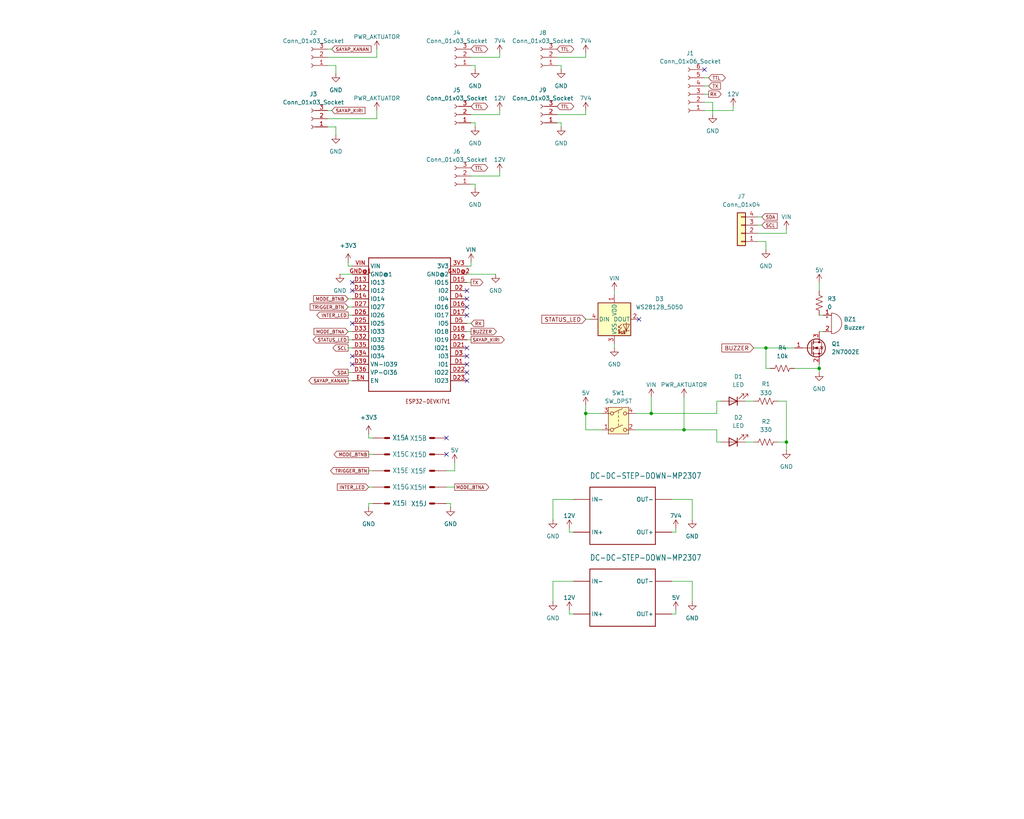
<source format=kicad_sch>
(kicad_sch (version 20231120) (generator "eeschema") (generator_version "8.0")
  (paper "User" 317.5 254.127)
  (lib_symbols
    (symbol "Board Shield 2023 V5.3.2-eagle-import:057-010-1"
      (property "Reference" "X" (at 1.016 -0.762 0))
      (symbol "057-010-1_1_0"
        (polyline (pts (xy -2.54 0) (xy -1.27 0)) (stroke (width 0.1524)))
        (polyline (pts (xy 0 0) (xy -1.27 0)) (stroke (width 0.6096)))
        (pin passive line (at -5.08 0 0) (length 2.54) (name "S") (number "1"))
      )
      (symbol "057-010-1_2_0"
        (polyline (pts (xy -2.54 0) (xy -1.27 0)) (stroke (width 0.1524)))
        (polyline (pts (xy 0 0) (xy -1.27 0)) (stroke (width 0.6096)))
        (pin passive line (at -5.08 0 0) (length 2.54) (name "S") (number "2"))
      )
      (symbol "057-010-1_3_0"
        (polyline (pts (xy -2.54 0) (xy -1.27 0)) (stroke (width 0.1524)))
        (polyline (pts (xy 0 0) (xy -1.27 0)) (stroke (width 0.6096)))
        (pin passive line (at -5.08 0 0) (length 2.54) (name "S") (number "3"))
      )
      (symbol "057-010-1_4_0"
        (polyline (pts (xy -2.54 0) (xy -1.27 0)) (stroke (width 0.1524)))
        (polyline (pts (xy 0 0) (xy -1.27 0)) (stroke (width 0.6096)))
        (pin passive line (at -5.08 0 0) (length 2.54) (name "S") (number "4"))
      )
      (symbol "057-010-1_5_0"
        (polyline (pts (xy -2.54 0) (xy -1.27 0)) (stroke (width 0.1524)))
        (polyline (pts (xy 0 0) (xy -1.27 0)) (stroke (width 0.6096)))
        (pin passive line (at -5.08 0 0) (length 2.54) (name "S") (number "5"))
      )
      (symbol "057-010-1_6_0"
        (polyline (pts (xy -2.54 0) (xy -1.27 0)) (stroke (width 0.1524)))
        (polyline (pts (xy 0 0) (xy -1.27 0)) (stroke (width 0.6096)))
        (pin passive line (at -5.08 0 0) (length 2.54) (name "S") (number "6"))
      )
      (symbol "057-010-1_7_0"
        (polyline (pts (xy -2.54 0) (xy -1.27 0)) (stroke (width 0.1524)))
        (polyline (pts (xy 0 0) (xy -1.27 0)) (stroke (width 0.6096)))
        (pin passive line (at -5.08 0 0) (length 2.54) (name "S") (number "7"))
      )
      (symbol "057-010-1_8_0"
        (polyline (pts (xy -2.54 0) (xy -1.27 0)) (stroke (width 0.1524)))
        (polyline (pts (xy 0 0) (xy -1.27 0)) (stroke (width 0.6096)))
        (pin passive line (at -5.08 0 0) (length 2.54) (name "S") (number "8"))
      )
      (symbol "057-010-1_9_0"
        (polyline (pts (xy -2.54 0) (xy -1.27 0)) (stroke (width 0.1524)))
        (polyline (pts (xy 0 0) (xy -1.27 0)) (stroke (width 0.6096)))
        (pin passive line (at -5.08 0 0) (length 2.54) (name "S") (number "9"))
      )
      (symbol "057-010-1_10_0"
        (polyline (pts (xy -2.54 0) (xy -1.27 0)) (stroke (width 0.1524)))
        (polyline (pts (xy 0 0) (xy -1.27 0)) (stroke (width 0.6096)))
        (pin passive line (at -5.08 0 0) (length 2.54) (name "S") (number "10"))
      )
    )
    (symbol "Board Shield 2023 V5.3.2-eagle-import:DC-DC-STEP-DOWN-MP2307"
      (symbol "DC-DC-STEP-DOWN-MP2307_1_0"
        (polyline (pts (xy -10.16 -8.89) (xy -10.16 8.89)) (stroke (width 0.254)))
        (polyline (pts (xy -10.16 8.89) (xy 10.16 8.89)) (stroke (width 0.254)))
        (polyline (pts (xy 10.16 -8.89) (xy -10.16 -8.89)) (stroke (width 0.254)))
        (polyline (pts (xy 10.16 8.89) (xy 10.16 -8.89)) (stroke (width 0.254)))
        (pin bidirectional line (at -15.24 -5.08 0) (length 5.08) (name "IN+") (number "IN+"))
        (pin bidirectional line (at -15.24 5.08 0) (length 5.08) (name "IN-") (number "IN-"))
        (pin bidirectional line (at 15.24 -5.08 180) (length 5.08) (name "OUT+") (number "OUT+"))
        (pin bidirectional line (at 15.24 5.08 180) (length 5.08) (name "OUT-") (number "OUT-"))
      )
    )
    (symbol "Board Shield 2023 V5.3.2-eagle-import:ESP32DEVKITV1"
      (symbol "ESP32DEVKITV1_1_0"
        (polyline (pts (xy -25.4 -12.7) (xy -25.4 12.7)) (stroke (width 0.254)))
        (polyline (pts (xy -25.4 12.7) (xy 16 12.7)) (stroke (width 0.254)))
        (polyline (pts (xy 16 -12.7) (xy -25.4 -12.7)) (stroke (width 0.254)))
        (polyline (pts (xy 16 12.7) (xy 16 -12.7)) (stroke (width 0.254)))
        (text "ESP32-DEVKITV1" (at 18.4 -12.7 900) (effects (font (size 1.27 1.0795)) (justify left bottom)))
        (pin bidirectional line (at -22.86 -17.78 90) (length 5.08) (name "3V3") (number "3V3"))
        (pin bidirectional line (at 7.62 -17.78 90) (length 5.08) (name "IO1") (number "D1"))
        (pin bidirectional line (at -15.24 17.78 270) (length 5.08) (name "IO12") (number "D12"))
        (pin bidirectional line (at -17.78 17.78 270) (length 5.08) (name "IO13") (number "D13"))
        (pin bidirectional line (at -12.7 17.78 270) (length 5.08) (name "IO14") (number "D14"))
        (pin bidirectional line (at -17.78 -17.78 90) (length 5.08) (name "IO15") (number "D15"))
        (pin bidirectional line (at -10.16 -17.78 90) (length 5.08) (name "IO16") (number "D16"))
        (pin bidirectional line (at -7.62 -17.78 90) (length 5.08) (name "IO17") (number "D17"))
        (pin bidirectional line (at -2.54 -17.78 90) (length 5.08) (name "IO18") (number "D18"))
        (pin bidirectional line (at 0 -17.78 90) (length 5.08) (name "IO19") (number "D19"))
        (pin bidirectional line (at -15.24 -17.78 90) (length 5.08) (name "IO2") (number "D2"))
        (pin bidirectional line (at 2.54 -17.78 90) (length 5.08) (name "IO21") (number "D21"))
        (pin bidirectional line (at 10.16 -17.78 90) (length 5.08) (name "IO22") (number "D22"))
        (pin bidirectional line (at 12.7 -17.78 90) (length 5.08) (name "IO23") (number "D23"))
        (pin bidirectional line (at -5.08 17.78 270) (length 5.08) (name "IO25") (number "D25"))
        (pin bidirectional line (at -7.62 17.78 270) (length 5.08) (name "IO26") (number "D26"))
        (pin bidirectional line (at -10.16 17.78 270) (length 5.08) (name "IO27") (number "D27"))
        (pin bidirectional line (at 5.08 -17.78 90) (length 5.08) (name "IO3") (number "D3"))
        (pin bidirectional line (at 0 17.78 270) (length 5.08) (name "IO32") (number "D32"))
        (pin bidirectional line (at -2.54 17.78 270) (length 5.08) (name "IO33") (number "D33"))
        (pin bidirectional line (at 5.08 17.78 270) (length 5.08) (name "IO34") (number "D34"))
        (pin bidirectional line (at 2.54 17.78 270) (length 5.08) (name "IO35") (number "D35"))
        (pin bidirectional line (at 10.16 17.78 270) (length 5.08) (name "VP-OI36") (number "D36"))
        (pin bidirectional line (at 7.62 17.78 270) (length 5.08) (name "VN-IO39") (number "D39"))
        (pin bidirectional line (at -12.7 -17.78 90) (length 5.08) (name "IO4") (number "D4"))
        (pin bidirectional line (at -5.08 -17.78 90) (length 5.08) (name "IO5") (number "D5"))
        (pin bidirectional line (at 12.7 17.78 270) (length 5.08) (name "EN") (number "EN"))
        (pin bidirectional line (at -20.32 17.78 270) (length 5.08) (name "GND@1") (number "GND@1"))
        (pin bidirectional line (at -20.32 -17.78 90) (length 5.08) (name "GND@2") (number "GND@2"))
        (pin bidirectional line (at -22.86 17.78 270) (length 5.08) (name "VIN") (number "VIN"))
      )
    )
    (symbol "Connector:Conn_01x03_Socket" (pin_names (offset 1.016) hide)
      (property "Reference" "J" (at 0 5.08 0))
      (property "Value" "Conn_01x03_Socket" (at 0 -5.08 0))
      (symbol "Conn_01x03_Socket_1_1"
        (arc (start 0 -2.032) (mid -0.5058 -2.54) (end 0 -3.048) (stroke (width 0.1524)))
        (polyline (pts (xy -1.27 -2.54) (xy -0.508 -2.54)) (stroke (width 0.1524)))
        (polyline (pts (xy -1.27 0) (xy -0.508 0)) (stroke (width 0.1524)))
        (polyline (pts (xy -1.27 2.54) (xy -0.508 2.54)) (stroke (width 0.1524)))
        (arc (start 0 0.508) (mid -0.5058 0) (end 0 -0.508) (stroke (width 0.1524)))
        (arc (start 0 3.048) (mid -0.5058 2.54) (end 0 2.032) (stroke (width 0.1524)))
        (pin passive line (at -5.08 2.54 0) (length 3.81) (name "Pin_1") (number "1"))
        (pin passive line (at -5.08 0 0) (length 3.81) (name "Pin_2") (number "2"))
        (pin passive line (at -5.08 -2.54 0) (length 3.81) (name "Pin_3") (number "3"))
      )
    )
    (symbol "Connector:Conn_01x06_Socket" (pin_names (offset 1.016) hide)
      (property "Reference" "J" (at 0 7.62 0))
      (property "Value" "Conn_01x06_Socket" (at 0 -10.16 0))
      (symbol "Conn_01x06_Socket_1_1"
        (arc (start 0 -7.112) (mid -0.5058 -7.62) (end 0 -8.128) (stroke (width 0.1524)))
        (arc (start 0 -4.572) (mid -0.5058 -5.08) (end 0 -5.588) (stroke (width 0.1524)))
        (arc (start 0 -2.032) (mid -0.5058 -2.54) (end 0 -3.048) (stroke (width 0.1524)))
        (polyline (pts (xy -1.27 -7.62) (xy -0.508 -7.62)) (stroke (width 0.1524)))
        (polyline (pts (xy -1.27 -5.08) (xy -0.508 -5.08)) (stroke (width 0.1524)))
        (polyline (pts (xy -1.27 -2.54) (xy -0.508 -2.54)) (stroke (width 0.1524)))
        (polyline (pts (xy -1.27 0) (xy -0.508 0)) (stroke (width 0.1524)))
        (polyline (pts (xy -1.27 2.54) (xy -0.508 2.54)) (stroke (width 0.1524)))
        (polyline (pts (xy -1.27 5.08) (xy -0.508 5.08)) (stroke (width 0.1524)))
        (arc (start 0 0.508) (mid -0.5058 0) (end 0 -0.508) (stroke (width 0.1524)))
        (arc (start 0 3.048) (mid -0.5058 2.54) (end 0 2.032) (stroke (width 0.1524)))
        (arc (start 0 5.588) (mid -0.5058 5.08) (end 0 4.572) (stroke (width 0.1524)))
        (pin passive line (at -5.08 5.08 0) (length 3.81) (name "Pin_1") (number "1"))
        (pin passive line (at -5.08 2.54 0) (length 3.81) (name "Pin_2") (number "2"))
        (pin passive line (at -5.08 0 0) (length 3.81) (name "Pin_3") (number "3"))
        (pin passive line (at -5.08 -2.54 0) (length 3.81) (name "Pin_4") (number "4"))
        (pin passive line (at -5.08 -5.08 0) (length 3.81) (name "Pin_5") (number "5"))
        (pin passive line (at -5.08 -7.62 0) (length 3.81) (name "Pin_6") (number "6"))
      )
    )
    (symbol "Device:Buzzer" (pin_names (offset 0.0254) hide)
      (property "Reference" "BZ" (at 3.81 1.27 0))
      (property "Value" "Buzzer" (at 3.81 -1.27 0))
      (symbol "Buzzer_0_1"
        (arc (start 0 -3.175) (mid 3.1612 0) (end 0 3.175))
        (polyline (pts (xy -1.651 1.905) (xy -1.143 1.905)))
        (polyline (pts (xy -1.397 2.159) (xy -1.397 1.651)))
        (polyline (pts (xy 0 3.175) (xy 0 -3.175)))
      )
      (symbol "Buzzer_1_1"
        (pin passive line (at -2.54 2.54 0) (length 2.54) (name "+") (number "1"))
        (pin passive line (at -2.54 -2.54 0) (length 2.54) (name "-") (number "2"))
      )
    )
    (symbol "Device:R_US" (pin_numbers hide) (pin_names (offset 0))
      (property "Reference" "R" (at 2.54 0 90))
      (property "Value" "R_US" (at -2.54 0 90))
      (symbol "R_US_0_1"
        (polyline (pts (xy 0 -2.286) (xy 0 -2.54)))
        (polyline (pts (xy 0 2.286) (xy 0 2.54)))
        (polyline (pts (xy 0 -0.762) (xy 1.016 -1.143) (xy 0 -1.524) (xy -1.016 -1.905) (xy 0 -2.286)))
        (polyline (pts (xy 0 0.762) (xy 1.016 0.381) (xy 0 0) (xy -1.016 -0.381) (xy 0 -0.762)))
        (polyline (pts (xy 0 2.286) (xy 1.016 1.905) (xy 0 1.524) (xy -1.016 1.143) (xy 0 0.762)))
      )
      (symbol "R_US_1_1"
        (pin passive line (at 0 3.81 270) (length 1.27) (name "~") (number "1"))
        (pin passive line (at 0 -3.81 90) (length 1.27) (name "~") (number "2"))
      )
    )
    (symbol "SparkFun-Connector:Conn_01x04" (pin_names (offset 1.016) hide)
      (property "Reference" "J" (at 0 5.08 0))
      (property "Value" "Conn_01x04" (at 0 -7.62 0))
      (symbol "Conn_01x04_1_1"
        (rectangle (start -1.27 -4.953) (end 0 -5.207) (stroke (width 0.1524)))
        (rectangle (start -1.27 -2.413) (end 0 -2.667) (stroke (width 0.1524)))
        (rectangle (start -1.27 0.127) (end 0 -0.127) (stroke (width 0.1524)))
        (rectangle (start -1.27 2.667) (end 0 2.413) (stroke (width 0.1524)))
        (rectangle (start -1.27 3.81) (end 1.27 -6.35) (stroke (width 0.254)) (fill (type background)))
        (pin passive line (at -5.08 2.54 0) (length 3.81) (name "Pin_1") (number "1"))
        (pin passive line (at -5.08 0 0) (length 3.81) (name "Pin_2") (number "2"))
        (pin passive line (at -5.08 -2.54 0) (length 3.81) (name "Pin_3") (number "3"))
        (pin passive line (at -5.08 -5.08 0) (length 3.81) (name "Pin_4") (number "4"))
      )
    )
    (symbol "SparkFun-LED:LED" (pin_numbers hide) (pin_names (offset 1.016) hide)
      (property "Reference" "D" (at 0 2.54 0))
      (property "Value" "LED" (at 0 -2.54 0))
      (symbol "LED_0_1"
        (polyline (pts (xy -1.27 -1.27) (xy -1.27 1.27)) (stroke (width 0.254)))
        (polyline (pts (xy -1.27 0) (xy 1.27 0)))
        (polyline (pts (xy 1.27 -1.27) (xy 1.27 1.27) (xy -1.27 0) (xy 1.27 -1.27)) (stroke (width 0.254)))
        (polyline (pts (xy -3.048 -0.762) (xy -4.572 -2.286) (xy -3.81 -2.286) (xy -4.572 -2.286) (xy -4.572 -1.524)))
        (polyline (pts (xy -1.778 -0.762) (xy -3.302 -2.286) (xy -2.54 -2.286) (xy -3.302 -2.286) (xy -3.302 -1.524)))
      )
      (symbol "LED_1_1"
        (pin passive line (at -3.81 0 0) (length 2.54) (name "K") (number "1"))
        (pin passive line (at 3.81 0 180) (length 2.54) (name "A") (number "2"))
      )
    )
    (symbol "SparkFun-LED:WS2812B_5050" (pin_names (offset 0.254))
      (property "Reference" "D" (at 5.08 5.715 0))
      (property "Value" "WS2812B_5050" (at 1.27 -5.715 0))
      (symbol "WS2812B_5050_0_0"
        (text "RGB" (at 2.286 -4.191 0) (effects (font (size 0.762 0.762))))
      )
      (symbol "WS2812B_5050_0_1"
        (polyline (pts (xy 1.27 -3.556) (xy 1.778 -3.556)))
        (polyline (pts (xy 1.27 -2.54) (xy 1.778 -2.54)))
        (polyline (pts (xy 4.699 -3.556) (xy 2.667 -3.556)))
        (polyline (pts (xy 2.286 -2.54) (xy 1.27 -3.556) (xy 1.27 -3.048)))
        (polyline (pts (xy 2.286 -1.524) (xy 1.27 -2.54) (xy 1.27 -2.032)))
        (polyline (pts (xy 3.683 -1.016) (xy 3.683 -3.556) (xy 3.683 -4.064)))
        (polyline (pts (xy 4.699 -1.524) (xy 2.667 -1.524) (xy 3.683 -3.556) (xy 4.699 -1.524)))
        (rectangle (start 5.08 5.08) (end -5.08 -5.08) (stroke (width 0.254)) (fill (type background)))
      )
      (symbol "WS2812B_5050_1_1"
        (pin power_in line (at 0 7.62 270) (length 2.54) (name "VDD") (number "1"))
        (pin output line (at 7.62 0 180) (length 2.54) (name "DOUT") (number "2"))
        (pin power_in line (at 0 -7.62 90) (length 2.54) (name "VSS") (number "3"))
        (pin input line (at -7.62 0 0) (length 2.54) (name "DIN") (number "4"))
      )
    )
    (symbol "SparkFun-PowerSymbol:12V" (power) (pin_names (offset 0))
      (property "Value" "12V" (at 0 3.81 0))
      (symbol "12V_0_1"
        (polyline (pts (xy -0.762 1.27) (xy 0 2.54)))
        (polyline (pts (xy 0 0) (xy 0 2.54)))
        (polyline (pts (xy 0 2.54) (xy 0.762 1.27)))
      )
      (symbol "12V_1_1"
        (pin power_in line (at 0 0 90) (length 0) hide (name "12V") (number "1"))
      )
    )
    (symbol "SparkFun-PowerSymbol:5V" (power) (pin_names (offset 0))
      (property "Value" "5V" (at 0 3.81 0))
      (symbol "5V_0_1"
        (polyline (pts (xy -0.762 1.27) (xy 0 2.54)))
        (polyline (pts (xy 0 0) (xy 0 2.54)))
        (polyline (pts (xy 0 2.54) (xy 0.762 1.27)))
      )
      (symbol "5V_1_1"
        (pin power_in line (at 0 0 90) (length 0) hide (name "5V") (number "1"))
      )
    )
    (symbol "SparkFun-PowerSymbol:VIN" (power) (pin_names (offset 0))
      (property "Value" "VIN" (at 0 3.81 0))
      (symbol "VIN_0_1"
        (polyline (pts (xy -0.762 1.27) (xy 0 2.54)))
        (polyline (pts (xy 0 0) (xy 0 2.54)))
        (polyline (pts (xy 0 2.54) (xy 0.762 1.27)))
      )
      (symbol "VIN_1_1"
        (pin power_in line (at 0 0 90) (length 0) hide (name "VIN") (number "1"))
      )
    )
    (symbol "Switch:SW_DPST" (pin_names (offset 0) hide)
      (property "Reference" "SW" (at 0 6.35 0))
      (property "Value" "SW_DPST" (at 0 -5.08 0))
      (symbol "SW_DPST_0_0"
        (circle (center -2.032 -2.54) (radius 0.508))
        (circle (center -2.032 2.54) (radius 0.508))
        (polyline (pts (xy -1.524 -2.286) (xy 1.27 -1.016)))
        (polyline (pts (xy -1.524 2.794) (xy 1.27 4.064)))
        (polyline (pts (xy 0 -1.27) (xy 0 -0.635)))
        (polyline (pts (xy 0 0) (xy 0 0.635)))
        (polyline (pts (xy 0 1.27) (xy 0 1.905)))
        (polyline (pts (xy 0 2.54) (xy 0 3.175)))
        (circle (center 2.032 -2.54) (radius 0.508))
        (circle (center 2.032 2.54) (radius 0.508))
      )
      (symbol "SW_DPST_1_1"
        (rectangle (start -3.175 4.445) (end 3.175 -3.81) (fill (type background)))
        (pin passive line (at -5.08 -2.54 0) (length 2.54) (name "1") (number "1"))
        (pin passive line (at 5.08 -2.54 180) (length 2.54) (name "2") (number "2"))
        (pin passive line (at -5.08 2.54 0) (length 2.54) (name "3") (number "3"))
        (pin passive line (at 5.08 2.54 180) (length 2.54) (name "4") (number "4"))
      )
    )
    (symbol "Transistor_FET:2N7002E" (pin_names hide)
      (property "Reference" "Q" (at 5.08 1.905 0))
      (property "Value" "2N7002E" (at 5.08 0 0))
      (symbol "2N7002E_0_1"
        (polyline (pts (xy 0.254 0) (xy -2.54 0)))
        (polyline (pts (xy 0.254 1.905) (xy 0.254 -1.905)) (stroke (width 0.254)))
        (polyline (pts (xy 0.762 -1.27) (xy 0.762 -2.286)) (stroke (width 0.254)))
        (polyline (pts (xy 0.762 0.508) (xy 0.762 -0.508)) (stroke (width 0.254)))
        (polyline (pts (xy 0.762 2.286) (xy 0.762 1.27)) (stroke (width 0.254)))
        (polyline (pts (xy 2.54 2.54) (xy 2.54 1.778)))
        (polyline (pts (xy 2.54 -2.54) (xy 2.54 0) (xy 0.762 0)))
        (polyline (pts (xy 0.762 -1.778) (xy 3.302 -1.778) (xy 3.302 1.778) (xy 0.762 1.778)))
        (polyline (pts (xy 1.016 0) (xy 2.032 0.381) (xy 2.032 -0.381) (xy 1.016 0)) (fill (type outline)))
        (polyline (pts (xy 2.794 0.508) (xy 2.921 0.381) (xy 3.683 0.381) (xy 3.81 0.254)))
        (polyline (pts (xy 3.302 0.381) (xy 2.921 -0.254) (xy 3.683 -0.254) (xy 3.302 0.381)))
        (circle (center 1.651 0) (radius 2.794) (stroke (width 0.254)))
        (circle (center 2.54 -1.778) (radius 0.254) (fill (type outline)))
        (circle (center 2.54 1.778) (radius 0.254) (fill (type outline)))
      )
      (symbol "2N7002E_1_1"
        (pin input line (at -5.08 0 0) (length 2.54) (name "G") (number "1"))
        (pin passive line (at 2.54 -5.08 90) (length 2.54) (name "S") (number "2"))
        (pin passive line (at 2.54 5.08 270) (length 2.54) (name "D") (number "3"))
      )
    )
    (symbol "power:+3V3" (power) (pin_numbers hide) (pin_names (offset 0) hide)
      (property "Value" "+3V3" (at 0 3.556 0))
      (symbol "+3V3_0_1"
        (polyline (pts (xy -0.762 1.27) (xy 0 2.54)))
        (polyline (pts (xy 0 0) (xy 0 2.54)))
        (polyline (pts (xy 0 2.54) (xy 0.762 1.27)))
      )
      (symbol "+3V3_1_1"
        (pin power_in line (at 0 0 90) (length 0) (name "~") (number "1"))
      )
    )
    (symbol "power:GND" (power) (pin_numbers hide) (pin_names (offset 0) hide)
      (property "Value" "GND" (at 0 -3.81 0))
      (symbol "GND_0_1"
        (polyline (pts (xy 0 0) (xy 0 -1.27) (xy 1.27 -1.27) (xy 0 -2.54) (xy -1.27 -1.27) (xy 0 -1.27)))
      )
      (symbol "GND_1_1"
        (pin power_in line (at 0 0 270) (length 0) (name "~") (number "1"))
      )
    )
  )
  (junction (at 201.93 128.27))
  (junction (at 254 114.3))
  (junction (at 243.84 137.16))
  (junction (at 237.49 107.95))
  (junction (at 181.61 128.27))
  (junction (at 212.09 133.35))
  (no_connect (at 144.78 92.71))
  (no_connect (at 138.43 135.89))
  (no_connect (at 144.78 110.49))
  (no_connect (at 109.22 113.03))
  (no_connect (at 218.44 21.59))
  (no_connect (at 144.78 115.57))
  (no_connect (at 109.22 110.49))
  (no_connect (at 144.78 97.79))
  (no_connect (at 109.22 87.63))
  (no_connect (at 144.78 107.95))
  (no_connect (at 198.12 99.06))
  (no_connect (at 109.22 100.33))
  (no_connect (at 109.22 90.17))
  (no_connect (at 144.78 90.17))
  (no_connect (at 144.78 95.25))
  (no_connect (at 144.78 118.11))
  (no_connect (at 144.78 113.03))
  (no_connect (at 138.43 140.97))
  (wire (pts (xy 144.78 82.55) (xy 146.05 82.55)))
  (wire (pts (xy 181.61 16.51) (xy 181.61 17.78)))
  (wire (pts (xy 218.44 29.21) (xy 219.71 29.21)) (stroke (width 0.1524)))
  (wire (pts (xy 220.98 31.75) (xy 220.98 35.56)) (stroke (width 0.1524)))
  (wire (pts (xy 234.95 74.93) (xy 237.49 74.93)) (stroke (width 0.1524)))
  (wire (pts (xy 208.28 190.5) (xy 209.55 190.5)))
  (wire (pts (xy 172.72 20.32) (xy 173.99 20.32)))
  (wire (pts (xy 171.45 154.94) (xy 171.45 161.29)) (stroke (width 0.1524)))
  (wire (pts (xy 227.33 33.02) (xy 227.33 34.29)) (stroke (width 0.1524)))
  (wire (pts (xy 222.25 124.46) (xy 223.52 124.46)))
  (wire (pts (xy 147.32 20.32) (xy 147.32 21.59)))
  (wire (pts (xy 254 113.03) (xy 254 114.3)))
  (wire (pts (xy 144.78 105.41) (xy 146.05 105.41)))
  (wire (pts (xy 237.49 114.3) (xy 238.76 114.3)))
  (wire (pts (xy 237.49 107.95) (xy 246.38 107.95)))
  (wire (pts (xy 208.28 154.94) (xy 214.63 154.94)) (stroke (width 0.1524)))
  (wire (pts (xy 243.84 71.12) (xy 243.84 72.39)) (stroke (width 0.1524)))
  (wire (pts (xy 214.63 154.94) (xy 214.63 161.29)) (stroke (width 0.1524)))
  (wire (pts (xy 101.6 36.83) (xy 116.84 36.83)) (stroke (width 0.1524)))
  (wire (pts (xy 171.45 180.34) (xy 177.8 180.34)) (stroke (width 0.1524)))
  (wire (pts (xy 254 114.3) (xy 254 115.57)))
  (wire (pts (xy 109.22 105.41) (xy 107.95 105.41)))
  (wire (pts (xy 172.72 35.56) (xy 181.61 35.56)))
  (wire (pts (xy 115.57 135.89) (xy 114.3 135.89)))
  (wire (pts (xy 147.32 57.15) (xy 147.32 58.42)))
  (wire (pts (xy 201.93 123.19) (xy 201.93 128.27)))
  (wire (pts (xy 233.68 107.95) (xy 237.49 107.95)))
  (wire (pts (xy 181.61 133.35) (xy 186.69 133.35)) (stroke (width 0.1524)))
  (wire (pts (xy 101.6 34.29) (xy 102.87 34.29)))
  (wire (pts (xy 109.22 97.79) (xy 107.95 97.79)) (stroke (width 0.1524)))
  (wire (pts (xy 231.14 137.16) (xy 233.68 137.16)) (stroke (width 0.1524)))
  (wire (pts (xy 196.85 128.27) (xy 201.93 128.27)))
  (wire (pts (xy 173.99 38.1) (xy 173.99 39.37)))
  (wire (pts (xy 146.05 35.56) (xy 154.94 35.56)))
  (wire (pts (xy 218.44 24.13) (xy 219.71 24.13)) (stroke (width 0.1524)))
  (wire (pts (xy 101.6 20.32) (xy 104.14 20.32)))
  (wire (pts (xy 101.6 17.78) (xy 116.84 17.78)) (stroke (width 0.1524)))
  (wire (pts (xy 140.97 151.13) (xy 138.43 151.13)))
  (wire (pts (xy 114.3 156.21) (xy 114.3 157.48)))
  (wire (pts (xy 234.95 69.85) (xy 236.22 69.85)) (stroke (width 0.1524)))
  (wire (pts (xy 139.7 156.21) (xy 139.7 157.48)))
  (wire (pts (xy 176.53 190.5) (xy 176.53 189.23)))
  (wire (pts (xy 196.85 133.35) (xy 212.09 133.35)) (stroke (width 0.1524)))
  (wire (pts (xy 116.84 34.29) (xy 116.84 36.83)) (stroke (width 0.1524)))
  (wire (pts (xy 234.95 72.39) (xy 243.84 72.39)) (stroke (width 0.1524)))
  (wire (pts (xy 214.63 180.34) (xy 214.63 186.69)) (stroke (width 0.1524)))
  (wire (pts (xy 115.57 151.13) (xy 114.3 151.13)) (stroke (width 0.1524)))
  (wire (pts (xy 144.78 102.87) (xy 146.05 102.87)))
  (wire (pts (xy 154.94 34.29) (xy 154.94 35.56)))
  (wire (pts (xy 212.09 123.19) (xy 212.09 133.35)) (stroke (width 0.1524)))
  (wire (pts (xy 144.78 85.09) (xy 153.67 85.09)) (stroke (width 0.1524)))
  (wire (pts (xy 246.38 114.3) (xy 254 114.3)))
  (wire (pts (xy 181.61 128.27) (xy 184.15 128.27)) (stroke (width 0.1524)))
  (wire (pts (xy 144.78 100.33) (xy 146.05 100.33)) (stroke (width 0.1524)))
  (wire (pts (xy 146.05 20.32) (xy 147.32 20.32)))
  (wire (pts (xy 177.8 165.1) (xy 176.53 165.1)))
  (wire (pts (xy 146.05 38.1) (xy 147.32 38.1)))
  (wire (pts (xy 181.61 128.27) (xy 181.61 125.73)) (stroke (width 0.1524)))
  (wire (pts (xy 176.53 165.1) (xy 176.53 163.83)))
  (wire (pts (xy 241.3 124.46) (xy 243.84 124.46)))
  (wire (pts (xy 114.3 135.89) (xy 114.3 134.62)))
  (wire (pts (xy 181.61 133.35) (xy 181.61 128.27)) (stroke (width 0.1524)))
  (wire (pts (xy 222.25 133.35) (xy 212.09 133.35)) (stroke (width 0.1524)))
  (wire (pts (xy 201.93 128.27) (xy 222.25 128.27)))
  (wire (pts (xy 146.05 17.78) (xy 154.94 17.78)))
  (wire (pts (xy 109.22 82.55) (xy 107.95 82.55)))
  (wire (pts (xy 243.84 137.16) (xy 243.84 139.7)))
  (wire (pts (xy 172.72 38.1) (xy 173.99 38.1)))
  (wire (pts (xy 254 97.79) (xy 255.27 97.79)))
  (wire (pts (xy 177.8 190.5) (xy 176.53 190.5)))
  (wire (pts (xy 222.25 137.16) (xy 222.25 133.35)) (stroke (width 0.1524)))
  (wire (pts (xy 115.57 156.21) (xy 114.3 156.21)))
  (wire (pts (xy 171.45 154.94) (xy 177.8 154.94)) (stroke (width 0.1524)))
  (wire (pts (xy 116.84 15.24) (xy 116.84 17.78)) (stroke (width 0.1524)))
  (wire (pts (xy 146.05 57.15) (xy 147.32 57.15)))
  (wire (pts (xy 138.43 146.05) (xy 140.97 146.05)))
  (wire (pts (xy 184.15 128.27) (xy 186.69 128.27)))
  (wire (pts (xy 254 102.87) (xy 255.27 102.87)))
  (wire (pts (xy 237.49 76.2) (xy 237.49 77.47)))
  (wire (pts (xy 109.22 115.57) (xy 107.95 115.57)) (stroke (width 0.1524)))
  (wire (pts (xy 154.94 16.51) (xy 154.94 17.78)))
  (wire (pts (xy 209.55 163.83) (xy 209.55 165.1)))
  (wire (pts (xy 107.95 81.28) (xy 107.95 82.55)))
  (wire (pts (xy 237.49 107.95) (xy 237.49 114.3)))
  (wire (pts (xy 138.43 156.21) (xy 139.7 156.21)))
  (wire (pts (xy 109.22 102.87) (xy 107.95 102.87)) (stroke (width 0.1524)))
  (wire (pts (xy 254 87.63) (xy 254 90.17)))
  (wire (pts (xy 171.45 180.34) (xy 171.45 186.69)) (stroke (width 0.1524)))
  (wire (pts (xy 105.41 85.09) (xy 109.22 85.09)) (stroke (width 0.1524)))
  (wire (pts (xy 218.44 26.67) (xy 219.71 26.67)) (stroke (width 0.1524)))
  (wire (pts (xy 144.78 87.63) (xy 146.05 87.63)) (stroke (width 0.1524)))
  (wire (pts (xy 231.14 124.46) (xy 233.68 124.46)) (stroke (width 0.1524)))
  (wire (pts (xy 109.22 92.71) (xy 107.95 92.71)) (stroke (width 0.1524)))
  (wire (pts (xy 109.22 107.95) (xy 107.95 107.95)) (stroke (width 0.1524)))
  (wire (pts (xy 115.57 140.97) (xy 114.3 140.97)) (stroke (width 0.1524)))
  (wire (pts (xy 190.5 106.68) (xy 190.5 107.95)) (stroke (width 0.1524)))
  (wire (pts (xy 208.28 180.34) (xy 214.63 180.34)) (stroke (width 0.1524)))
  (wire (pts (xy 154.94 53.34) (xy 154.94 54.61)))
  (wire (pts (xy 234.95 67.31) (xy 236.22 67.31)) (stroke (width 0.1524)))
  (wire (pts (xy 222.25 137.16) (xy 223.52 137.16)) (stroke (width 0.1524)))
  (wire (pts (xy 147.32 38.1) (xy 147.32 39.37)))
  (wire (pts (xy 101.6 39.37) (xy 104.14 39.37)))
  (wire (pts (xy 190.5 90.17) (xy 190.5 91.44)) (stroke (width 0.1524)))
  (wire (pts (xy 218.44 31.75) (xy 220.98 31.75)) (stroke (width 0.1524)))
  (wire (pts (xy 173.99 20.32) (xy 173.99 21.59)))
  (wire (pts (xy 172.72 17.78) (xy 181.61 17.78)))
  (wire (pts (xy 146.05 81.28) (xy 146.05 82.55)))
  (wire (pts (xy 109.22 118.11) (xy 107.95 118.11)) (stroke (width 0.1524)))
  (wire (pts (xy 101.6 15.24) (xy 102.87 15.24)))
  (wire (pts (xy 181.61 34.29) (xy 181.61 35.56)))
  (wire (pts (xy 243.84 124.46) (xy 243.84 137.16)))
  (wire (pts (xy 243.84 137.16) (xy 241.3 137.16)))
  (wire (pts (xy 222.25 124.46) (xy 222.25 128.27)))
  (wire (pts (xy 218.44 34.29) (xy 227.33 34.29)) (stroke (width 0.1524)))
  (wire (pts (xy 115.57 146.05) (xy 114.3 146.05)) (stroke (width 0.1524)))
  (wire (pts (xy 140.97 146.05) (xy 140.97 143.51)))
  (wire (pts (xy 182.88 99.06) (xy 181.61 99.06)))
  (wire (pts (xy 104.14 20.32) (xy 104.14 22.86)))
  (wire (pts (xy 237.49 74.93) (xy 237.49 76.2)) (stroke (width 0.1524)))
  (wire (pts (xy 146.05 54.61) (xy 154.94 54.61)))
  (wire (pts (xy 104.14 39.37) (xy 104.14 41.91)))
  (wire (pts (xy 209.55 189.23) (xy 209.55 190.5)))
  (wire (pts (xy 208.28 165.1) (xy 209.55 165.1)))
  (wire (pts (xy 107.95 95.25) (xy 109.22 95.25)) (stroke (width 0.1524)))
  (global_label "SAYAP_KANAN" (shape input) (at 102.87 15.24 0) (effects (font (size 1.016 1.016))) (property "Intersheetrefs" "${INTERSHEET_REFS}" (effects (hide yes))))
  (global_label "RX" (shape output) (at 219.71 29.21 0) (effects (font (size 1.016 1.016))) (property "Intersheetrefs" "${INTERSHEET_REFS}" (effects (hide yes))))
  (global_label "SCL" (shape input) (at 236.22 69.85 0) (effects (font (size 1.016 1.016))) (property "Intersheetrefs" "${INTERSHEET_REFS}" (effects (hide yes))))
  (global_label "SDA" (shape input) (at 236.22 67.31 0) (effects (font (size 1.016 1.016))) (property "Intersheetrefs" "${INTERSHEET_REFS}" (effects (hide yes))))
  (global_label "TRIGGER_BTN" (shape output) (at 114.3 146.05 180) (effects (font (size 1.016 1.016))) (property "Intersheetrefs" "${INTERSHEET_REFS}" (effects (hide yes))))
  (global_label "TX" (shape input) (at 219.71 26.67 0) (effects (font (size 1.016 1.016))) (property "Intersheetrefs" "${INTERSHEET_REFS}" (effects (hide yes))))
  (global_label "TTL" (shape bidirectional) (at 146.05 52.07 0) (effects (font (size 1.016 1.016))) (property "Intersheetrefs" "${INTERSHEET_REFS}" (effects (hide yes))))
  (global_label "INTER_LED" (shape input) (at 114.3 151.13 180) (effects (font (size 1.016 1.016))) (property "Intersheetrefs" "${INTERSHEET_REFS}" (effects (hide yes))))
  (global_label "SAYAP_KIRI" (shape input) (at 102.87 34.29 0) (effects (font (size 1.016 1.016))) (property "Intersheetrefs" "${INTERSHEET_REFS}" (effects (hide yes))))
  (global_label "TTL" (shape bidirectional) (at 219.71 24.13 0) (effects (font (size 1.016 1.016))) (property "Intersheetrefs" "${INTERSHEET_REFS}" (effects (hide yes))))
  (global_label "RX" (shape input) (at 146.05 100.33 0) (effects (font (size 1.016 1.016))) (property "Intersheetrefs" "${INTERSHEET_REFS}" (effects (hide yes))))
  (global_label "SAYAP_KIRI" (shape output) (at 146.05 105.41 0) (effects (font (size 1.016 1.016))) (property "Intersheetrefs" "${INTERSHEET_REFS}" (effects (hide yes))))
  (global_label "SAYAP_KANAN" (shape output) (at 107.95 118.11 180) (effects (font (size 1.016 1.016))) (property "Intersheetrefs" "${INTERSHEET_REFS}" (effects (hide yes))))
  (global_label "SDA" (shape output) (at 107.95 115.57 180) (effects (font (size 1.016 1.016))) (property "Intersheetrefs" "${INTERSHEET_REFS}" (effects (hide yes))))
  (global_label "TRIGGER_BTN" (shape input) (at 107.95 95.25 180) (effects (font (size 1.016 1.016))) (property "Intersheetrefs" "${INTERSHEET_REFS}" (effects (hide yes))))
  (global_label "STATUS_LED" (shape input) (at 181.61 99.06 180) (property "Intersheetrefs" "${INTERSHEET_REFS}" (effects (hide yes))))
  (global_label "MODE_BTNB" (shape input) (at 107.95 92.71 180) (effects (font (size 1.016 1.016))) (property "Intersheetrefs" "${INTERSHEET_REFS}" (effects (hide yes))))
  (global_label "INTER_LED" (shape output) (at 107.95 97.79 180) (effects (font (size 1.016 1.016))) (property "Intersheetrefs" "${INTERSHEET_REFS}" (effects (hide yes))))
  (global_label "BUZZER" (shape output) (at 146.05 102.87 0) (effects (font (size 1.016 1.016))) (property "Intersheetrefs" "${INTERSHEET_REFS}" (effects (hide yes))))
  (global_label "TX" (shape output) (at 146.05 87.63 0) (effects (font (size 1.016 1.016))) (property "Intersheetrefs" "${INTERSHEET_REFS}" (effects (hide yes))))
  (global_label "BUZZER" (shape input) (at 233.68 107.95 180) (property "Intersheetrefs" "${INTERSHEET_REFS}" (effects (hide yes))))
  (global_label "MODE_BTNB" (shape output) (at 114.3 140.97 180) (effects (font (size 1.016 1.016))) (property "Intersheetrefs" "${INTERSHEET_REFS}" (effects (hide yes))))
  (global_label "TTL" (shape bidirectional) (at 172.72 15.24 0) (effects (font (size 1.016 1.016))) (property "Intersheetrefs" "${INTERSHEET_REFS}" (effects (hide yes))))
  (global_label "TTL" (shape bidirectional) (at 146.05 15.24 0) (effects (font (size 1.016 1.016))) (property "Intersheetrefs" "${INTERSHEET_REFS}" (effects (hide yes))))
  (global_label "MODE_BTNA" (shape input) (at 107.95 102.87 180) (effects (font (size 1.016 1.016))) (property "Intersheetrefs" "${INTERSHEET_REFS}" (effects (hide yes))))
  (global_label "SCL" (shape output) (at 107.95 107.95 180) (effects (font (size 1.016 1.016))) (property "Intersheetrefs" "${INTERSHEET_REFS}" (effects (hide yes))))
  (global_label "STATUS_LED" (shape output) (at 107.95 105.41 180) (effects (font (size 1.016 1.016))) (property "Intersheetrefs" "${INTERSHEET_REFS}" (effects (hide yes))))
  (global_label "MODE_BTNA" (shape output) (at 140.97 151.13 0) (effects (font (size 1.016 1.016))) (property "Intersheetrefs" "${INTERSHEET_REFS}" (effects (hide yes))))
  (global_label "TTL" (shape bidirectional) (at 146.05 33.02 0) (effects (font (size 1.016 1.016))) (property "Intersheetrefs" "${INTERSHEET_REFS}" (effects (hide yes))))
  (global_label "TTL" (shape bidirectional) (at 172.72 33.02 0) (effects (font (size 1.016 1.016))) (property "Intersheetrefs" "${INTERSHEET_REFS}" (effects (hide yes))))
  (symbol (lib_id "Board Shield 2023 V5.3.2-eagle-import:057-010-1") (at 120.65 135.89 0) (unit 1)
    (property "Reference" "X15" (at 121.666 136.652 0) (effects (font (size 1.524 1.2954)) (justify left bottom)))
    (property "Value" "057-010-1" (effects (hide yes)))
    (property "Footprint" "Board Shield 2023 V5.3.2:057-010-1" (effects (hide yes)))
  )
  (symbol (lib_id "SparkFun-PowerSymbol:VIN") (at 190.5 90.17 0) (unit 1)
    (property "Reference" "#PWR04" (effects (hide yes)))
    (property "Value" "VIN" (at 190.5 86.36 0))
    (property "Description" "Power symbol creates a global label with name \"VIN\"" (effects (hide yes)))
  )
  (symbol (lib_id "SparkFun-PowerSymbol:VIN") (at 212.09 123.19 0) (unit 1)
    (property "Reference" "#PWR06" (effects (hide yes)))
    (property "Value" "PWR_AKTUATOR" (at 212.09 119.38 0))
    (property "Description" "Power symbol creates a global label with name \"VIN\"" (effects (hide yes)))
  )
  (symbol (lib_id "Connector:Conn_01x03_Socket") (at 167.64 17.78 180) (unit 1)
    (property "Reference" "J8" (at 168.275 10.16 0))
    (property "Value" "Conn_01x03_Socket" (at 168.275 12.7 0))
    (property "Footprint" "Connector_JST:JST_XH_S3B-XH-A-1_1x03_P2.50mm_Horizontal" (effects (hide yes)))
    (property "Description" "Generic connector, single row, 01x03, script generated" (effects (hide yes)))
  )
  (symbol (lib_id "Board Shield 2023 V5.3.2-eagle-import:057-010-1") (at 133.35 156.21 180) (unit 10)
    (property "Reference" "X15" (at 132.334 155.448 0) (effects (font (size 1.524 1.2954)) (justify left bottom)))
    (property "Value" "057-010-1" (effects (hide yes)))
    (property "Footprint" "Board Shield 2023 V5.3.2:057-010-1" (effects (hide yes)))
  )
  (symbol (lib_id "power:GND") (at 114.3 157.48 0) (unit 1)
    (property "Reference" "#PWR022" (effects (hide yes)))
    (property "Value" "GND" (at 114.3 162.56 0))
    (property "Description" "Power symbol creates a global label with name \"GND\" , ground" (effects (hide yes)))
  )
  (symbol (lib_id "Device:R_US") (at 254 93.98 180) (unit 1)
    (property "Reference" "R3" (at 256.54 92.7099 0) (effects (justify right)))
    (property "Value" "0" (at 256.54 95.2499 0) (effects (justify right)))
    (property "Footprint" "Resistor_SMD:R_1206_3216Metric" (effects (hide yes)))
    (property "Description" "Resistor, US symbol" (effects (hide yes)))
  )
  (symbol (lib_id "power:GND") (at 173.99 39.37 0) (unit 1)
    (property "Reference" "#PWR035" (effects (hide yes)))
    (property "Value" "GND" (at 173.99 44.45 0))
    (property "Description" "Power symbol creates a global label with name \"GND\" , ground" (effects (hide yes)))
  )
  (symbol (lib_id "SparkFun-PowerSymbol:5V") (at 154.94 16.51 0) (unit 1)
    (property "Reference" "#PWR019" (effects (hide yes)))
    (property "Value" "7V4" (at 154.94 12.7 0))
    (property "Description" "Power symbol creates a global label with name \"5V\"" (effects (hide yes)))
  )
  (symbol (lib_id "Switch:SW_DPST") (at 191.77 130.81 0) (unit 1)
    (property "Reference" "SW1" (at 191.77 121.92 0))
    (property "Value" "SW_DPST" (at 191.77 124.46 0))
    (property "Footprint" "SparkFun-Switch:SW_DPST" (effects (hide yes)))
    (property "Description" "Double Pole Single Throw (DPST) Switch" (effects (hide yes)))
  )
  (symbol (lib_id "Board Shield 2023 V5.3.2-eagle-import:057-010-1") (at 120.65 140.97 0) (unit 3)
    (property "Reference" "X15" (at 121.666 141.732 0) (effects (font (size 1.524 1.2954)) (justify left bottom)))
    (property "Value" "057-010-1" (effects (hide yes)))
    (property "Footprint" "Board Shield 2023 V5.3.2:057-010-1" (effects (hide yes)))
  )
  (symbol (lib_id "Connector:Conn_01x03_Socket") (at 140.97 17.78 180) (unit 1)
    (property "Reference" "J4" (at 141.605 10.16 0))
    (property "Value" "Conn_01x03_Socket" (at 141.605 12.7 0))
    (property "Footprint" "Connector_JST:JST_XH_S3B-XH-A-1_1x03_P2.50mm_Horizontal" (effects (hide yes)))
    (property "Description" "Generic connector, single row, 01x03, script generated" (effects (hide yes)))
  )
  (symbol (lib_id "power:GND") (at 173.99 21.59 0) (unit 1)
    (property "Reference" "#PWR018" (effects (hide yes)))
    (property "Value" "GND" (at 173.99 26.67 0))
    (property "Description" "Power symbol creates a global label with name \"GND\" , ground" (effects (hide yes)))
  )
  (symbol (lib_id "power:GND") (at 147.32 21.59 0) (unit 1)
    (property "Reference" "#PWR028" (effects (hide yes)))
    (property "Value" "GND" (at 147.32 26.67 0))
    (property "Description" "Power symbol creates a global label with name \"GND\" , ground" (effects (hide yes)))
  )
  (symbol (lib_id "power:GND") (at 153.67 85.09 0) (unit 1)
    (property "Reference" "#PWR025" (effects (hide yes)))
    (property "Value" "GND" (at 153.67 90.17 0))
    (property "Description" "Power symbol creates a global label with name \"GND\" , ground" (effects (hide yes)))
  )
  (symbol (lib_id "power:+3V3") (at 114.3 134.62 0) (unit 1)
    (property "Reference" "#PWR020" (effects (hide yes)))
    (property "Value" "+3V3" (at 114.3 129.54 0))
    (property "Description" "Power symbol creates a global label with name \"+3V3\"" (effects (hide yes)))
  )
  (symbol (lib_id "power:GND") (at 171.45 161.29 0) (unit 1)
    (property "Reference" "#PWR015" (effects (hide yes)))
    (property "Value" "GND" (at 171.45 166.37 0))
    (property "Description" "Power symbol creates a global label with name \"GND\" , ground" (effects (hide yes)))
  )
  (symbol (lib_id "Board Shield 2023 V5.3.2-eagle-import:ESP32DEVKITV1") (at 127 105.41 90) (mirror x) (unit 1)
    (property "Reference" "U$1" (effects (hide yes)))
    (property "Value" "ESP32DEVKITV1" (effects (hide yes)))
    (property "Footprint" "Board Shield 2023 V5.3.2:ESP32-DEVKITV1" (effects (hide yes)))
  )
  (symbol (lib_id "Device:Buzzer") (at 257.81 100.33 0) (unit 1)
    (property "Reference" "BZ1" (at 261.62 99.0599 0) (effects (justify left)))
    (property "Value" "Buzzer" (at 261.62 101.5999 0) (effects (justify left)))
    (property "Footprint" "Buzzer_Beeper:Buzzer_12x9.5RM7.6" (effects (hide yes)))
    (property "Description" "Buzzer, polarized" (effects (hide yes)))
  )
  (symbol (lib_id "Connector:Conn_01x03_Socket") (at 140.97 54.61 180) (unit 1)
    (property "Reference" "J6" (at 141.605 46.99 0))
    (property "Value" "Conn_01x03_Socket" (at 141.605 49.53 0))
    (property "Footprint" "Connector_JST:JST_XH_S3B-XH-A-1_1x03_P2.50mm_Horizontal" (effects (hide yes)))
    (property "Description" "Generic connector, single row, 01x03, script generated" (effects (hide yes)))
  )
  (symbol (lib_id "SparkFun-PowerSymbol:VIN") (at 201.93 123.19 0) (unit 1)
    (property "Reference" "#PWR03" (effects (hide yes)))
    (property "Value" "VIN" (at 201.93 119.38 0))
    (property "Description" "Power symbol creates a global label with name \"VIN\"" (effects (hide yes)))
  )
  (symbol (lib_id "Connector:Conn_01x03_Socket") (at 140.97 35.56 180) (unit 1)
    (property "Reference" "J5" (at 141.605 27.94 0))
    (property "Value" "Conn_01x03_Socket" (at 141.605 30.48 0))
    (property "Footprint" "Connector_JST:JST_XH_S3B-XH-A-1_1x03_P2.50mm_Horizontal" (effects (hide yes)))
    (property "Description" "Generic connector, single row, 01x03, script generated" (effects (hide yes)))
  )
  (symbol (lib_id "Board Shield 2023 V5.3.2-eagle-import:057-010-1") (at 133.35 135.89 180) (unit 2)
    (property "Reference" "X15" (at 132.334 135.128 0) (effects (font (size 1.524 1.2954)) (justify left bottom)))
    (property "Value" "057-010-1" (effects (hide yes)))
    (property "Footprint" "Board Shield 2023 V5.3.2:057-010-1" (effects (hide yes)))
  )
  (symbol (lib_id "SparkFun-LED:LED") (at 227.33 124.46 180) (unit 1)
    (property "Reference" "D1" (at 228.9175 116.84 0))
    (property "Value" "LED" (at 228.9175 119.38 0))
    (property "Footprint" "LED_SMD:LED_1206_3216Metric" (effects (hide yes)))
    (property "Description" "Light emitting diode" (effects (hide yes)))
    (property "PROD_ID" "LED-" (effects (hide yes)))
  )
  (symbol (lib_id "Board Shield 2023 V5.3.2-eagle-import:DC-DC-STEP-DOWN-MP2307") (at 193.04 185.42 0) (unit 1)
    (property "Reference" "U$2" (effects (hide yes)))
    (property "Value" "DC-DC-STEP-DOWN-MP2307" (at 182.88 173.99 0) (effects (font (size 1.778 1.5113)) (justify left bottom)))
    (property "Footprint" "SparkFun-Board:DC-DC-STEP-DOWN-MP2307_34039700" (effects (hide yes)))
  )
  (symbol (lib_id "SparkFun-PowerSymbol:VIN") (at 116.84 34.29 0) (unit 1)
    (property "Reference" "#PWR010" (effects (hide yes)))
    (property "Value" "PWR_AKTUATOR" (at 116.84 30.48 0))
    (property "Description" "Power symbol creates a global label with name \"VIN\"" (effects (hide yes)))
  )
  (symbol (lib_id "SparkFun-Connector:Conn_01x04") (at 229.87 72.39 180) (unit 1)
    (property "Reference" "J7" (at 229.87 60.96 0))
    (property "Value" "Conn_01x04" (at 229.87 63.5 0))
    (property "Footprint" "Connector_PinSocket_2.54mm:PinSocket_1x04_P2.54mm_Vertical" (effects (hide yes)))
    (property "Description" "Generic connector, single row, 01x04, script generated (kicad-library-utils/schlib/autogen/connector/)" (effects (hide yes)))
  )
  (symbol (lib_id "power:+3V3") (at 107.95 81.28 0) (unit 1)
    (property "Reference" "#PWR016" (effects (hide yes)))
    (property "Value" "+3V3" (at 107.95 76.2 0))
    (property "Description" "Power symbol creates a global label with name \"+3V3\"" (effects (hide yes)))
  )
  (symbol (lib_id "Device:R_US") (at 242.57 114.3 90) (unit 1)
    (property "Reference" "R4" (at 242.57 107.95 90))
    (property "Value" "10k" (at 242.57 110.49 90))
    (property "Footprint" "Resistor_SMD:R_1206_3216Metric" (effects (hide yes)))
    (property "Description" "Resistor, US symbol" (effects (hide yes)))
  )
  (symbol (lib_id "Connector:Conn_01x06_Socket") (at 213.36 29.21 180) (unit 1)
    (property "Reference" "J1" (at 213.995 16.51 0))
    (property "Value" "Conn_01x06_Socket" (at 213.995 19.05 0))
    (property "Footprint" "Connector_JST:JST_XH_S6B-XH-A-1_1x06_P2.50mm_Horizontal" (effects (hide yes)))
    (property "Description" "Generic connector, single row, 01x06, script generated" (effects (hide yes)))
  )
  (symbol (lib_id "power:GND") (at 171.45 186.69 0) (unit 1)
    (property "Reference" "#PWR039" (effects (hide yes)))
    (property "Value" "GND" (at 171.45 191.77 0))
    (property "Description" "Power symbol creates a global label with name \"GND\" , ground" (effects (hide yes)))
  )
  (symbol (lib_id "Board Shield 2023 V5.3.2-eagle-import:057-010-1") (at 120.65 156.21 0) (unit 9)
    (property "Reference" "X15" (at 121.666 156.972 0) (effects (font (size 1.524 1.2954)) (justify left bottom)))
    (property "Value" "057-010-1" (effects (hide yes)))
    (property "Footprint" "Board Shield 2023 V5.3.2:057-010-1" (effects (hide yes)))
  )
  (symbol (lib_id "power:GND") (at 243.84 139.7 0) (unit 1)
    (property "Reference" "#PWR01" (effects (hide yes)))
    (property "Value" "GND" (at 243.84 144.78 0))
    (property "Description" "Power symbol creates a global label with name \"GND\" , ground" (effects (hide yes)))
  )
  (symbol (lib_id "SparkFun-PowerSymbol:5V") (at 181.61 16.51 0) (unit 1)
    (property "Reference" "#PWR029" (effects (hide yes)))
    (property "Value" "7V4" (at 181.61 12.7 0))
    (property "Description" "Power symbol creates a global label with name \"5V\"" (effects (hide yes)))
  )
  (symbol (lib_id "Connector:Conn_01x03_Socket") (at 96.52 36.83 180) (unit 1)
    (property "Reference" "J3" (at 97.155 29.21 0))
    (property "Value" "Conn_01x03_Socket" (at 97.155 31.75 0))
    (property "Footprint" "Connector_JST:JST_XH_S3B-XH-A-1_1x03_P2.50mm_Horizontal" (effects (hide yes)))
    (property "Description" "Generic connector, single row, 01x03, script generated" (effects (hide yes)))
  )
  (symbol (lib_id "Device:R_US") (at 237.49 137.16 90) (unit 1)
    (property "Reference" "R2" (at 237.49 130.81 90))
    (property "Value" "330" (at 237.49 133.35 90))
    (property "Footprint" "Resistor_SMD:R_1206_3216Metric" (effects (hide yes)))
    (property "Description" "Resistor, US symbol" (effects (hide yes)))
  )
  (symbol (lib_id "Board Shield 2023 V5.3.2-eagle-import:DC-DC-STEP-DOWN-MP2307") (at 193.04 160.02 0) (unit 1)
    (property "Reference" "U$11" (effects (hide yes)))
    (property "Value" "DC-DC-STEP-DOWN-MP2307" (at 182.88 148.59 0) (effects (font (size 1.778 1.5113)) (justify left bottom)))
    (property "Footprint" "SparkFun-Board:DC-DC-STEP-DOWN-MP2307_34039700" (effects (hide yes)))
  )
  (symbol (lib_id "power:GND") (at 104.14 22.86 0) (unit 1)
    (property "Reference" "#PWR08" (effects (hide yes)))
    (property "Value" "GND" (at 104.14 27.94 0))
    (property "Description" "Power symbol creates a global label with name \"GND\" , ground" (effects (hide yes)))
  )
  (symbol (lib_id "power:GND") (at 190.5 107.95 0) (unit 1)
    (property "Reference" "#PWR05" (effects (hide yes)))
    (property "Value" "GND" (at 190.5 113.03 0))
    (property "Description" "Power symbol creates a global label with name \"GND\" , ground" (effects (hide yes)))
  )
  (symbol (lib_id "power:GND") (at 214.63 161.29 0) (unit 1)
    (property "Reference" "#PWR014" (effects (hide yes)))
    (property "Value" "GND" (at 214.63 166.37 0))
    (property "Description" "Power symbol creates a global label with name \"GND\" , ground" (effects (hide yes)))
  )
  (symbol (lib_id "power:GND") (at 104.14 41.91 0) (unit 1)
    (property "Reference" "#PWR09" (effects (hide yes)))
    (property "Value" "GND" (at 104.14 46.99 0))
    (property "Description" "Power symbol creates a global label with name \"GND\" , ground" (effects (hide yes)))
  )
  (symbol (lib_id "Connector:Conn_01x03_Socket") (at 96.52 17.78 180) (unit 1)
    (property "Reference" "J2" (at 97.155 10.16 0))
    (property "Value" "Conn_01x03_Socket" (at 97.155 12.7 0))
    (property "Footprint" "Connector_JST:JST_XH_S3B-XH-A-1_1x03_P2.50mm_Horizontal" (effects (hide yes)))
    (property "Description" "Generic connector, single row, 01x03, script generated" (effects (hide yes)))
  )
  (symbol (lib_id "SparkFun-PowerSymbol:12V") (at 227.33 33.02 0) (unit 1)
    (property "Reference" "#PWR026" (effects (hide yes)))
    (property "Value" "12V" (at 227.33 29.21 0))
    (property "Description" "Power symbol creates a global label with name \"12V\"" (effects (hide yes)))
  )
  (symbol (lib_id "power:GND") (at 214.63 186.69 0) (unit 1)
    (property "Reference" "#PWR042" (effects (hide yes)))
    (property "Value" "GND" (at 214.63 191.77 0))
    (property "Description" "Power symbol creates a global label with name \"GND\" , ground" (effects (hide yes)))
  )
  (symbol (lib_id "SparkFun-PowerSymbol:5V") (at 209.55 163.83 0) (unit 1)
    (property "Reference" "#PWR041" (effects (hide yes)))
    (property "Value" "7V4" (at 209.55 160.02 0))
    (property "Description" "Power symbol creates a global label with name \"5V\"" (effects (hide yes)))
  )
  (symbol (lib_id "power:GND") (at 254 115.57 0) (unit 1)
    (property "Reference" "#PWR037" (effects (hide yes)))
    (property "Value" "GND" (at 254 120.65 0))
    (property "Description" "Power symbol creates a global label with name \"GND\" , ground" (effects (hide yes)))
  )
  (symbol (lib_id "Board Shield 2023 V5.3.2-eagle-import:057-010-1") (at 133.35 140.97 180) (unit 4)
    (property "Reference" "X15" (at 132.334 140.208 0) (effects (font (size 1.524 1.2954)) (justify left bottom)))
    (property "Value" "057-010-1" (effects (hide yes)))
    (property "Footprint" "Board Shield 2023 V5.3.2:057-010-1" (effects (hide yes)))
  )
  (symbol (lib_id "SparkFun-PowerSymbol:VIN") (at 243.84 71.12 0) (unit 1)
    (property "Reference" "#PWR034" (effects (hide yes)))
    (property "Value" "VIN" (at 243.84 67.31 0))
    (property "Description" "Power symbol creates a global label with name \"VIN\"" (effects (hide yes)))
  )
  (symbol (lib_id "SparkFun-PowerSymbol:12V") (at 176.53 189.23 0) (unit 1)
    (property "Reference" "#PWR040" (effects (hide yes)))
    (property "Value" "12V" (at 176.53 185.42 0))
    (property "Description" "Power symbol creates a global label with name \"12V\"" (effects (hide yes)))
  )
  (symbol (lib_id "SparkFun-LED:LED") (at 227.33 137.16 180) (unit 1)
    (property "Reference" "D2" (at 228.9175 129.54 0))
    (property "Value" "LED" (at 228.9175 132.08 0))
    (property "Footprint" "LED_SMD:LED_1206_3216Metric" (effects (hide yes)))
    (property "Description" "Light emitting diode" (effects (hide yes)))
    (property "PROD_ID" "LED-" (effects (hide yes)))
  )
  (symbol (lib_id "Connector:Conn_01x03_Socket") (at 167.64 35.56 180) (unit 1)
    (property "Reference" "J9" (at 168.275 27.94 0))
    (property "Value" "Conn_01x03_Socket" (at 168.275 30.48 0))
    (property "Footprint" "Connector_JST:JST_XH_S3B-XH-A-1_1x03_P2.50mm_Horizontal" (effects (hide yes)))
    (property "Description" "Generic connector, single row, 01x03, script generated" (effects (hide yes)))
  )
  (symbol (lib_id "power:GND") (at 139.7 157.48 0) (unit 1)
    (property "Reference" "#PWR023" (effects (hide yes)))
    (property "Value" "GND" (at 139.7 162.56 0))
    (property "Description" "Power symbol creates a global label with name \"GND\" , ground" (effects (hide yes)))
  )
  (symbol (lib_id "SparkFun-PowerSymbol:VIN") (at 146.05 81.28 0) (unit 1)
    (property "Reference" "#PWR017" (effects (hide yes)))
    (property "Value" "VIN" (at 146.05 77.47 0))
    (property "Description" "Power symbol creates a global label with name \"VIN\"" (effects (hide yes)))
  )
  (symbol (lib_id "power:GND") (at 237.49 77.47 0) (unit 1)
    (property "Reference" "#PWR033" (effects (hide yes)))
    (property "Value" "GND" (at 237.49 82.55 0))
    (property "Description" "Power symbol creates a global label with name \"GND\" , ground" (effects (hide yes)))
  )
  (symbol (lib_id "SparkFun-PowerSymbol:12V") (at 154.94 53.34 0) (unit 1)
    (property "Reference" "#PWR032" (effects (hide yes)))
    (property "Value" "12V" (at 154.94 49.53 0))
    (property "Description" "Power symbol creates a global label with name \"12V\"" (effects (hide yes)))
  )
  (symbol (lib_id "SparkFun-PowerSymbol:5V") (at 140.97 143.51 0) (unit 1)
    (property "Reference" "#PWR021" (effects (hide yes)))
    (property "Value" "5V" (at 140.97 139.7 0))
    (property "Description" "Power symbol creates a global label with name \"5V\"" (effects (hide yes)))
  )
  (symbol (lib_id "Board Shield 2023 V5.3.2-eagle-import:057-010-1") (at 133.35 146.05 180) (unit 6)
    (property "Reference" "X15" (at 132.334 145.288 0) (effects (font (size 1.524 1.2954)) (justify left bottom)))
    (property "Value" "057-010-1" (effects (hide yes)))
    (property "Footprint" "Board Shield 2023 V5.3.2:057-010-1" (effects (hide yes)))
  )
  (symbol (lib_id "Board Shield 2023 V5.3.2-eagle-import:057-010-1") (at 120.65 146.05 0) (unit 5)
    (property "Reference" "X15" (at 121.666 146.812 0) (effects (font (size 1.524 1.2954)) (justify left bottom)))
    (property "Value" "057-010-1" (effects (hide yes)))
    (property "Footprint" "Board Shield 2023 V5.3.2:057-010-1" (effects (hide yes)))
  )
  (symbol (lib_id "Device:R_US") (at 237.49 124.46 90) (unit 1)
    (property "Reference" "R1" (at 237.49 119.126 90))
    (property "Value" "330" (at 237.49 121.92 90))
    (property "Footprint" "Resistor_SMD:R_1206_3216Metric" (effects (hide yes)))
    (property "Description" "Resistor, US symbol" (effects (hide yes)))
  )
  (symbol (lib_id "power:GND") (at 147.32 58.42 0) (unit 1)
    (property "Reference" "#PWR031" (effects (hide yes)))
    (property "Value" "GND" (at 147.32 63.5 0))
    (property "Description" "Power symbol creates a global label with name \"GND\" , ground" (effects (hide yes)))
  )
  (symbol (lib_id "SparkFun-PowerSymbol:5V") (at 209.55 189.23 0) (unit 1)
    (property "Reference" "#PWR013" (effects (hide yes)))
    (property "Value" "5V" (at 209.55 185.42 0))
    (property "Description" "Power symbol creates a global label with name \"5V\"" (effects (hide yes)))
  )
  (symbol (lib_id "SparkFun-PowerSymbol:VIN") (at 116.84 15.24 0) (unit 1)
    (property "Reference" "#PWR011" (effects (hide yes)))
    (property "Value" "PWR_AKTUATOR" (at 116.84 11.43 0))
    (property "Description" "Power symbol creates a global label with name \"VIN\"" (effects (hide yes)))
  )
  (symbol (lib_id "SparkFun-PowerSymbol:5V") (at 181.61 125.73 0) (unit 1)
    (property "Reference" "#PWR02" (effects (hide yes)))
    (property "Value" "5V" (at 181.61 121.92 0))
    (property "Description" "Power symbol creates a global label with name \"5V\"" (effects (hide yes)))
  )
  (symbol (lib_id "power:GND") (at 220.98 35.56 0) (unit 1)
    (property "Reference" "#PWR027" (effects (hide yes)))
    (property "Value" "GND" (at 220.98 40.64 0))
    (property "Description" "Power symbol creates a global label with name \"GND\" , ground" (effects (hide yes)))
  )
  (symbol (lib_id "SparkFun-PowerSymbol:12V") (at 154.94 34.29 0) (unit 1)
    (property "Reference" "#PWR07" (effects (hide yes)))
    (property "Value" "12V" (at 154.94 30.48 0))
    (property "Description" "Power symbol creates a global label with name \"12V\"" (effects (hide yes)))
  )
  (symbol (lib_id "SparkFun-PowerSymbol:5V") (at 181.61 34.29 0) (unit 1)
    (property "Reference" "#PWR036" (effects (hide yes)))
    (property "Value" "7V4" (at 181.61 30.48 0))
    (property "Description" "Power symbol creates a global label with name \"5V\"" (effects (hide yes)))
  )
  (symbol (lib_id "power:GND") (at 105.41 85.09 0) (unit 1)
    (property "Reference" "#PWR024" (effects (hide yes)))
    (property "Value" "GND" (at 105.41 90.17 0))
    (property "Description" "Power symbol creates a global label with name \"GND\" , ground" (effects (hide yes)))
  )
  (symbol (lib_id "Board Shield 2023 V5.3.2-eagle-import:057-010-1") (at 133.35 151.13 180) (unit 8)
    (property "Reference" "X15" (at 132.334 150.368 0) (effects (font (size 1.524 1.2954)) (justify left bottom)))
    (property "Value" "057-010-1" (effects (hide yes)))
    (property "Footprint" "Board Shield 2023 V5.3.2:057-010-1" (effects (hide yes)))
  )
  (symbol (lib_id "SparkFun-LED:WS2812B_5050") (at 190.5 99.06 0) (unit 1)
    (property "Reference" "D3" (at 204.47 92.7414 0))
    (property "Value" "WS2812B_5050" (at 204.47 95.2814 0))
    (property "Footprint" "LED_SMD:LED_WS2812B_PLCC4_5.0x5.0mm_P3.2mm" (effects (hide yes)))
    (property "Datasheet" "https://cdn.sparkfun.com/datasheets/BreakoutBoards/WS2812B.pdf" (effects (hide yes)))
    (property "Description" "RGB LED with integrated controller" (effects (hide yes)))
    (property "PROD_ID" "DIO-12503" (effects (hide yes)))
  )
  (symbol (lib_id "power:GND") (at 147.32 39.37 0) (unit 1)
    (property "Reference" "#PWR030" (effects (hide yes)))
    (property "Value" "GND" (at 147.32 44.45 0))
    (property "Description" "Power symbol creates a global label with name \"GND\" , ground" (effects (hide yes)))
  )
  (symbol (lib_id "SparkFun-PowerSymbol:5V") (at 254 87.63 0) (unit 1)
    (property "Reference" "#PWR038" (effects (hide yes)))
    (property "Value" "5V" (at 254 83.82 0))
    (property "Description" "Power symbol creates a global label with name \"5V\"" (effects (hide yes)))
  )
  (symbol (lib_id "Board Shield 2023 V5.3.2-eagle-import:057-010-1") (at 120.65 151.13 0) (unit 7)
    (property "Reference" "X15" (at 121.666 151.892 0) (effects (font (size 1.524 1.2954)) (justify left bottom)))
    (property "Value" "057-010-1" (effects (hide yes)))
    (property "Footprint" "Board Shield 2023 V5.3.2:057-010-1" (effects (hide yes)))
  )
  (symbol (lib_id "Transistor_FET:2N7002E") (at 251.46 107.95 0) (unit 1)
    (property "Reference" "Q1" (at 257.81 106.6799 0) (effects (justify left)))
    (property "Value" "2N7002E" (at 257.81 109.2199 0) (effects (justify left)))
    (property "Footprint" "Package_TO_SOT_SMD:SOT-23" (effects (hide yes)))
    (property "Datasheet" "http://www.diodes.com/assets/Datasheets/ds30376.pdf" (effects (hide yes)))
    (property "Description" "0.24A Id, 60V Vds, N-Channel MOSFET, SOT-23" (effects (hide yes)))
  )
  (symbol (lib_id "SparkFun-PowerSymbol:12V") (at 176.53 163.83 0) (unit 1)
    (property "Reference" "#PWR012" (effects (hide yes)))
    (property "Value" "12V" (at 176.53 160.02 0))
    (property "Description" "Power symbol creates a global label with name \"12V\"" (effects (hide yes)))
  )
)
</source>
